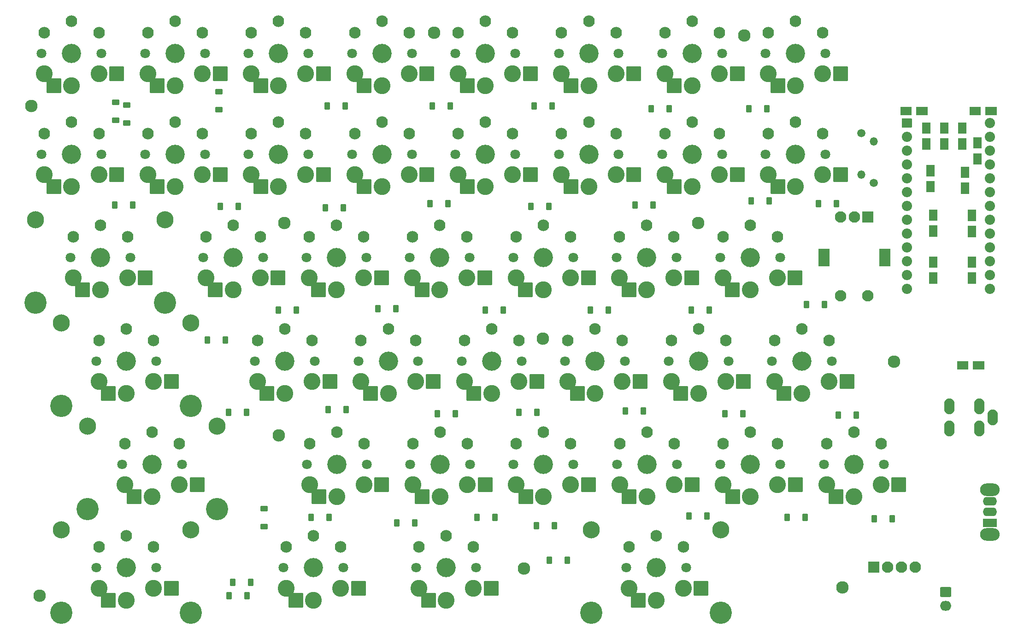
<source format=gbr>
%TF.GenerationSoftware,KiCad,Pcbnew,8.0.6*%
%TF.CreationDate,2024-11-03T15:23:54-07:00*%
%TF.ProjectId,simple_split,73696d70-6c65-45f7-9370-6c69742e6b69,v1.0.0*%
%TF.SameCoordinates,Original*%
%TF.FileFunction,Soldermask,Top*%
%TF.FilePolarity,Negative*%
%FSLAX46Y46*%
G04 Gerber Fmt 4.6, Leading zero omitted, Abs format (unit mm)*
G04 Created by KiCad (PCBNEW 8.0.6) date 2024-11-03 15:23:54*
%MOMM*%
%LPD*%
G01*
G04 APERTURE LIST*
G04 Aperture macros list*
%AMRoundRect*
0 Rectangle with rounded corners*
0 $1 Rounding radius*
0 $2 $3 $4 $5 $6 $7 $8 $9 X,Y pos of 4 corners*
0 Add a 4 corners polygon primitive as box body*
4,1,4,$2,$3,$4,$5,$6,$7,$8,$9,$2,$3,0*
0 Add four circle primitives for the rounded corners*
1,1,$1+$1,$2,$3*
1,1,$1+$1,$4,$5*
1,1,$1+$1,$6,$7*
1,1,$1+$1,$8,$9*
0 Add four rect primitives between the rounded corners*
20,1,$1+$1,$2,$3,$4,$5,0*
20,1,$1+$1,$4,$5,$6,$7,0*
20,1,$1+$1,$6,$7,$8,$9,0*
20,1,$1+$1,$8,$9,$2,$3,0*%
%AMFreePoly0*
4,1,16,0.535355,0.785355,0.541603,0.777735,1.041603,0.027735,1.049029,-0.009806,1.041603,-0.027735,0.541603,-0.777735,0.509806,-0.799029,0.500000,-0.800000,-0.500000,-0.800000,-0.535355,-0.785355,-0.550000,-0.750000,-0.550000,0.750000,-0.535355,0.785355,-0.500000,0.800000,0.500000,0.800000,0.535355,0.785355,0.535355,0.785355,$1*%
G04 Aperture macros list end*
%ADD10C,2.300000*%
%ADD11C,2.132000*%
%ADD12C,3.100000*%
%ADD13RoundRect,0.050000X1.300000X1.300000X-1.300000X1.300000X-1.300000X-1.300000X1.300000X-1.300000X0*%
%ADD14C,3.529000*%
%ADD15C,1.801800*%
%ADD16C,0.900000*%
%ADD17RoundRect,0.050000X0.450000X0.600000X-0.450000X0.600000X-0.450000X-0.600000X0.450000X-0.600000X0*%
%ADD18RoundRect,0.050000X0.600000X-0.450000X0.600000X0.450000X-0.600000X0.450000X-0.600000X-0.450000X0*%
%ADD19C,1.500000*%
%ADD20O,1.500000X1.500000*%
%ADD21RoundRect,0.050000X-0.450000X-0.600000X0.450000X-0.600000X0.450000X0.600000X-0.450000X0.600000X0*%
%ADD22RoundRect,0.264706X-0.785294X0.635294X-0.785294X-0.635294X0.785294X-0.635294X0.785294X0.635294X0*%
%ADD23O,2.100000X1.800000*%
%ADD24RoundRect,0.050000X-1.000000X-1.000000X1.000000X-1.000000X1.000000X1.000000X-1.000000X1.000000X0*%
%ADD25C,2.100000*%
%ADD26C,3.148000*%
%ADD27C,4.087800*%
%ADD28R,1.500000X1.500000*%
%ADD29FreePoly0,270.000000*%
%ADD30FreePoly0,90.000000*%
%ADD31FreePoly0,0.000000*%
%ADD32FreePoly0,180.000000*%
%ADD33RoundRect,0.050000X-0.600000X0.450000X-0.600000X-0.450000X0.600000X-0.450000X0.600000X0.450000X0*%
%ADD34RoundRect,0.050000X-0.889000X-0.762000X0.889000X-0.762000X0.889000X0.762000X-0.889000X0.762000X0*%
%ADD35C,1.878000*%
%ADD36O,3.600000X2.300000*%
%ADD37RoundRect,0.050000X1.250000X-0.750000X1.250000X0.750000X-1.250000X0.750000X-1.250000X-0.750000X0*%
%ADD38O,2.600000X1.600000*%
%ADD39O,1.900000X2.900000*%
%ADD40RoundRect,0.050000X-1.000000X1.000000X-1.000000X-1.000000X1.000000X-1.000000X1.000000X1.000000X0*%
%ADD41RoundRect,0.050000X-1.000000X1.600000X-1.000000X-1.600000X1.000000X-1.600000X1.000000X1.600000X0*%
G04 APERTURE END LIST*
D10*
%TO.C,M11*%
X186500000Y-87000000D03*
%TD*%
%TO.C,M10*%
X243500000Y-87500000D03*
%TD*%
D11*
%TO.C,F6*%
X238907500Y-87000000D03*
D12*
X228907500Y-94550000D03*
D13*
X242182500Y-94550000D03*
D12*
X233907500Y-96750000D03*
D11*
X233907500Y-84900000D03*
X228907500Y-87000000D03*
D14*
X233907500Y-90800000D03*
D12*
X238907500Y-94550000D03*
D13*
X230632500Y-96750000D03*
D15*
X228407500Y-90800000D03*
X239407500Y-90800000D03*
%TD*%
D11*
%TO.C,F5*%
X219907500Y-87000000D03*
D12*
X209907500Y-94550000D03*
D13*
X223182500Y-94550000D03*
D12*
X214907500Y-96750000D03*
D11*
X214907500Y-84900000D03*
X209907500Y-87000000D03*
D14*
X214907500Y-90800000D03*
D12*
X219907500Y-94550000D03*
D13*
X211632500Y-96750000D03*
D15*
X209407500Y-90800000D03*
X220407500Y-90800000D03*
%TD*%
D11*
%TO.C,F4*%
X200907500Y-87000000D03*
D12*
X190907500Y-94550000D03*
D13*
X204182500Y-94550000D03*
D12*
X195907500Y-96750000D03*
D11*
X195907500Y-84900000D03*
X190907500Y-87000000D03*
D14*
X195907500Y-90800000D03*
D12*
X200907500Y-94550000D03*
D13*
X192632500Y-96750000D03*
D15*
X190407500Y-90800000D03*
X201407500Y-90800000D03*
%TD*%
D11*
%TO.C,F3*%
X181907500Y-87000000D03*
D12*
X171907500Y-94550000D03*
D13*
X185182500Y-94550000D03*
D12*
X176907500Y-96750000D03*
D11*
X176907500Y-84900000D03*
X171907500Y-87000000D03*
D14*
X176907500Y-90800000D03*
D12*
X181907500Y-94550000D03*
D13*
X173632500Y-96750000D03*
D15*
X171407500Y-90800000D03*
X182407500Y-90800000D03*
%TD*%
D11*
%TO.C,F2*%
X162907500Y-87000000D03*
D12*
X152907500Y-94550000D03*
D13*
X166182500Y-94550000D03*
D12*
X157907500Y-96750000D03*
D11*
X157907500Y-84900000D03*
X152907500Y-87000000D03*
D14*
X157907500Y-90800000D03*
D12*
X162907500Y-94550000D03*
D13*
X154632500Y-96750000D03*
D15*
X152407500Y-90800000D03*
X163407500Y-90800000D03*
%TD*%
D11*
%TO.C,F1*%
X143907500Y-87000000D03*
D12*
X133907500Y-94550000D03*
D13*
X147182500Y-94550000D03*
D12*
X138907500Y-96750000D03*
D11*
X138907500Y-84900000D03*
X133907500Y-87000000D03*
D14*
X138907500Y-90800000D03*
D12*
X143907500Y-94550000D03*
D13*
X135632500Y-96750000D03*
D15*
X133407500Y-90800000D03*
X144407500Y-90800000D03*
%TD*%
D11*
%TO.C,Extra_Function_Key1*%
X257907500Y-87000000D03*
D12*
X247907500Y-94550000D03*
D13*
X261182500Y-94550000D03*
D12*
X252907500Y-96750000D03*
D11*
X252907500Y-84900000D03*
X247907500Y-87000000D03*
D14*
X252907500Y-90800000D03*
D12*
X257907500Y-94550000D03*
D13*
X249632500Y-96750000D03*
D15*
X247407500Y-90800000D03*
X258407500Y-90800000D03*
%TD*%
D16*
%TO.C,D41*%
X247650000Y-101000000D03*
D17*
X247650000Y-101000000D03*
D16*
X244350000Y-101000000D03*
D17*
X244350000Y-101000000D03*
%TD*%
D16*
%TO.C,D40*%
X229650000Y-101000000D03*
D17*
X229650000Y-101000000D03*
D16*
X226350000Y-101000000D03*
D17*
X226350000Y-101000000D03*
%TD*%
D16*
%TO.C,D39*%
X208150000Y-100500000D03*
D17*
X208150000Y-100500000D03*
D16*
X204850000Y-100500000D03*
D17*
X204850000Y-100500000D03*
%TD*%
D16*
%TO.C,D38*%
X189500000Y-100500000D03*
D17*
X189500000Y-100500000D03*
D16*
X186200000Y-100500000D03*
D17*
X186200000Y-100500000D03*
%TD*%
D16*
%TO.C,D37*%
X170150000Y-100500000D03*
D17*
X170150000Y-100500000D03*
D16*
X166850000Y-100500000D03*
D17*
X166850000Y-100500000D03*
%TD*%
D16*
%TO.C,D36*%
X147000000Y-101150000D03*
D18*
X147000000Y-101150000D03*
D16*
X147000000Y-97850000D03*
D18*
X147000000Y-97850000D03*
%TD*%
D16*
%TO.C,D34*%
X130000000Y-103650000D03*
D18*
X130000000Y-103650000D03*
D16*
X130000000Y-100350000D03*
D18*
X130000000Y-100350000D03*
%TD*%
D11*
%TO.C,S33*%
X247907500Y-105552000D03*
X257907500Y-105552000D03*
D13*
X261182500Y-113102000D03*
X249632500Y-115302000D03*
D11*
X252907500Y-103452000D03*
D15*
X247407500Y-109352000D03*
D12*
X247907500Y-113102000D03*
D14*
X252907500Y-109352000D03*
D12*
X252907500Y-115302000D03*
X257907500Y-113102000D03*
D15*
X258407500Y-109352000D03*
%TD*%
D19*
%TO.C,R3*%
X267260000Y-114644000D03*
D20*
X267260000Y-107024000D03*
%TD*%
D16*
%TO.C,D26*%
X236652000Y-175858000D03*
D17*
X236652000Y-175858000D03*
D16*
X233352000Y-175858000D03*
D17*
X233352000Y-175858000D03*
%TD*%
D16*
%TO.C,D24*%
X194364000Y-176112000D03*
D21*
X194364000Y-176112000D03*
D16*
X197664000Y-176112000D03*
D21*
X197664000Y-176112000D03*
%TD*%
D15*
%TO.C,S31*%
X194225500Y-185352000D03*
D12*
X193725500Y-189102000D03*
X188725500Y-191302000D03*
D14*
X188725500Y-185352000D03*
D12*
X183725500Y-189102000D03*
D15*
X183225500Y-185352000D03*
D11*
X188725500Y-179452000D03*
D13*
X185450500Y-191302000D03*
X197000500Y-189102000D03*
D11*
X193725500Y-181552000D03*
X183725500Y-181552000D03*
%TD*%
D15*
%TO.C,S8*%
X130670000Y-128352000D03*
D12*
X130170000Y-132102000D03*
X125170000Y-134302000D03*
D14*
X125170000Y-128352000D03*
D12*
X120170000Y-132102000D03*
D15*
X119670000Y-128352000D03*
D11*
X125170000Y-122452000D03*
D13*
X121895000Y-134302000D03*
X133445000Y-132102000D03*
D11*
X130170000Y-124552000D03*
X120170000Y-124552000D03*
%TD*%
D16*
%TO.C,D6*%
X226746000Y-118708000D03*
D17*
X226746000Y-118708000D03*
D16*
X223446000Y-118708000D03*
D17*
X223446000Y-118708000D03*
%TD*%
D16*
%TO.C,D33*%
X260400000Y-118454000D03*
D17*
X260400000Y-118454000D03*
D16*
X257100000Y-118454000D03*
D17*
X257100000Y-118454000D03*
%TD*%
D16*
%TO.C,D9*%
X161214000Y-138012000D03*
D17*
X161214000Y-138012000D03*
D16*
X157914000Y-138012000D03*
D17*
X157914000Y-138012000D03*
%TD*%
D10*
%TO.C,M1*%
X112500000Y-100500000D03*
%TD*%
D16*
%TO.C,D16*%
X170358000Y-156300000D03*
D17*
X170358000Y-156300000D03*
D16*
X167058000Y-156300000D03*
D17*
X167058000Y-156300000D03*
%TD*%
D16*
%TO.C,D10*%
X179502000Y-137758000D03*
D17*
X179502000Y-137758000D03*
D16*
X176202000Y-137758000D03*
D17*
X176202000Y-137758000D03*
%TD*%
D15*
%TO.C,S20*%
X240579000Y-147352000D03*
D12*
X240079000Y-151102000D03*
X235079000Y-153302000D03*
D14*
X235079000Y-147352000D03*
D12*
X230079000Y-151102000D03*
D15*
X229579000Y-147352000D03*
D11*
X235079000Y-141452000D03*
D13*
X231804000Y-153302000D03*
X243354000Y-151102000D03*
D11*
X240079000Y-143552000D03*
X230079000Y-143552000D03*
%TD*%
D15*
%TO.C,S11*%
X193054000Y-128352000D03*
D12*
X192554000Y-132102000D03*
X187554000Y-134302000D03*
D14*
X187554000Y-128352000D03*
D12*
X182554000Y-132102000D03*
D15*
X182054000Y-128352000D03*
D11*
X187554000Y-122452000D03*
D13*
X184279000Y-134302000D03*
X195829000Y-132102000D03*
D11*
X192554000Y-124552000D03*
X182554000Y-124552000D03*
%TD*%
D22*
%TO.C,J2*%
X280475500Y-189848000D03*
D23*
X280475500Y-192348000D03*
%TD*%
D10*
%TO.C,M9*%
X261500000Y-189000000D03*
%TD*%
D16*
%TO.C,D23*%
X167184000Y-176112000D03*
D17*
X167184000Y-176112000D03*
D16*
X163884000Y-176112000D03*
D17*
X163884000Y-176112000D03*
%TD*%
D16*
%TO.C,D7*%
X248082000Y-117946000D03*
D17*
X248082000Y-117946000D03*
D16*
X244782000Y-117946000D03*
D17*
X244782000Y-117946000D03*
%TD*%
D15*
%TO.C,S6*%
X220407500Y-109352000D03*
D12*
X219907500Y-113102000D03*
X214907500Y-115302000D03*
D14*
X214907500Y-109352000D03*
D12*
X209907500Y-113102000D03*
D15*
X209407500Y-109352000D03*
D11*
X214907500Y-103452000D03*
D13*
X211632500Y-115302000D03*
X223182500Y-113102000D03*
D11*
X219907500Y-105552000D03*
X209907500Y-105552000D03*
%TD*%
D24*
%TO.C,U2*%
X267260000Y-185256000D03*
D25*
X269800000Y-185256000D03*
X272340000Y-185256000D03*
X274880000Y-185256000D03*
%TD*%
D26*
%TO.C,DRA2*%
X113270000Y-121367000D03*
D27*
X113270000Y-136607000D03*
D26*
X137070000Y-121367000D03*
D27*
X137070000Y-136607000D03*
%TD*%
D10*
%TO.C,M7*%
X235000000Y-122000000D03*
%TD*%
%TO.C,M5*%
X203000000Y-185500000D03*
%TD*%
D28*
%TO.C,VCC1*%
X284024000Y-112936000D03*
X284024000Y-115336000D03*
D29*
X284024000Y-112136000D03*
D30*
X284024000Y-116136000D03*
%TD*%
D15*
%TO.C,S35*%
X125407500Y-90800000D03*
D12*
X124907500Y-94550000D03*
X119907500Y-96750000D03*
D14*
X119907500Y-90800000D03*
D12*
X114907500Y-94550000D03*
D15*
X114407500Y-90800000D03*
D11*
X119907500Y-84900000D03*
D13*
X116632500Y-96750000D03*
X128182500Y-94550000D03*
D11*
X124907500Y-87000000D03*
X114907500Y-87000000D03*
%TD*%
D15*
%TO.C,S4*%
X182407500Y-109352000D03*
D12*
X181907500Y-113102000D03*
X176907500Y-115302000D03*
D14*
X176907500Y-109352000D03*
D12*
X171907500Y-113102000D03*
D15*
X171407500Y-109352000D03*
D11*
X176907500Y-103452000D03*
D13*
X173632500Y-115302000D03*
X185182500Y-113102000D03*
D11*
X181907500Y-105552000D03*
X171907500Y-105552000D03*
%TD*%
D15*
%TO.C,S3*%
X163407500Y-109352000D03*
D12*
X162907500Y-113102000D03*
X157907500Y-115302000D03*
D14*
X157907500Y-109352000D03*
D12*
X152907500Y-113102000D03*
D15*
X152407500Y-109352000D03*
D11*
X157907500Y-103452000D03*
D13*
X154632500Y-115302000D03*
X166182500Y-113102000D03*
D11*
X162907500Y-105552000D03*
X152907500Y-105552000D03*
%TD*%
D16*
%TO.C,D15*%
X152000000Y-156808000D03*
D17*
X152000000Y-156808000D03*
D16*
X148700000Y-156808000D03*
D17*
X148700000Y-156808000D03*
%TD*%
D28*
%TO.C,GND1*%
X277674000Y-115050000D03*
X277674000Y-112650000D03*
D30*
X277674000Y-115850000D03*
D29*
X277674000Y-111850000D03*
%TD*%
D28*
%TO.C,GND2*%
X273458000Y-101436000D03*
X275858000Y-101436000D03*
D31*
X272658000Y-101436000D03*
D32*
X276658000Y-101436000D03*
%TD*%
D28*
%TO.C,RXI1*%
X286310000Y-109932000D03*
X286310000Y-107532000D03*
D30*
X286310000Y-110732000D03*
D29*
X286310000Y-106732000D03*
%TD*%
D15*
%TO.C,S5*%
X201407500Y-109352000D03*
D12*
X200907500Y-113102000D03*
X195907500Y-115302000D03*
D14*
X195907500Y-109352000D03*
D12*
X190907500Y-113102000D03*
D15*
X190407500Y-109352000D03*
D11*
X195907500Y-103452000D03*
D13*
X192632500Y-115302000D03*
X204182500Y-113102000D03*
D11*
X200907500Y-105552000D03*
X190907500Y-105552000D03*
%TD*%
D16*
%TO.C,D4*%
X189026000Y-118454000D03*
D17*
X189026000Y-118454000D03*
D16*
X185726000Y-118454000D03*
D17*
X185726000Y-118454000D03*
%TD*%
D16*
%TO.C,D5*%
X207568000Y-118962000D03*
D17*
X207568000Y-118962000D03*
D16*
X204268000Y-118962000D03*
D17*
X204268000Y-118962000D03*
%TD*%
D15*
%TO.C,S25*%
X212104000Y-166352000D03*
D12*
X211604000Y-170102000D03*
X206604000Y-172302000D03*
D14*
X206604000Y-166352000D03*
D12*
X201604000Y-170102000D03*
D15*
X201104000Y-166352000D03*
D11*
X206604000Y-160452000D03*
D13*
X203329000Y-172302000D03*
X214879000Y-170102000D03*
D11*
X211604000Y-162552000D03*
X201604000Y-162552000D03*
%TD*%
D26*
%TO.C,DRA4*%
X118032500Y-178367000D03*
D27*
X118032500Y-193607000D03*
D26*
X141832500Y-178367000D03*
D27*
X141832500Y-193607000D03*
%TD*%
D28*
%TO.C,SCL1*%
X278182000Y-131846000D03*
X278182000Y-129446000D03*
D30*
X278182000Y-132646000D03*
D29*
X278182000Y-128646000D03*
%TD*%
D15*
%TO.C,S7*%
X239407500Y-109352000D03*
D12*
X238907500Y-113102000D03*
X233907500Y-115302000D03*
D14*
X233907500Y-109352000D03*
D12*
X228907500Y-113102000D03*
D15*
X228407500Y-109352000D03*
D11*
X233907500Y-103452000D03*
D13*
X230632500Y-115302000D03*
X242182500Y-113102000D03*
D11*
X238907500Y-105552000D03*
X228907500Y-105552000D03*
%TD*%
D15*
%TO.C,S1*%
X125407500Y-109352000D03*
D12*
X124907500Y-113102000D03*
X119907500Y-115302000D03*
D14*
X119907500Y-109352000D03*
D12*
X114907500Y-113102000D03*
D15*
X114407500Y-109352000D03*
D11*
X119907500Y-103452000D03*
D13*
X116632500Y-115302000D03*
X128182500Y-113102000D03*
D11*
X124907500Y-105552000D03*
X114907500Y-105552000D03*
%TD*%
D28*
%TO.C,Bat+1*%
X286158000Y-101436000D03*
X288558000Y-101436000D03*
D31*
X285358000Y-101436000D03*
D32*
X289358000Y-101436000D03*
%TD*%
D16*
%TO.C,D30*%
X155246000Y-174462000D03*
D33*
X155246000Y-174462000D03*
D16*
X155246000Y-177762000D03*
D33*
X155246000Y-177762000D03*
%TD*%
D16*
%TO.C,D28*%
X267388000Y-176366000D03*
D21*
X267388000Y-176366000D03*
D16*
X270688000Y-176366000D03*
D21*
X270688000Y-176366000D03*
%TD*%
D15*
%TO.C,S12*%
X212054000Y-128352000D03*
D12*
X211554000Y-132102000D03*
X206554000Y-134302000D03*
D14*
X206554000Y-128352000D03*
D12*
X201554000Y-132102000D03*
D15*
X201054000Y-128352000D03*
D11*
X206554000Y-122452000D03*
D13*
X203279000Y-134302000D03*
X214829000Y-132102000D03*
D11*
X211554000Y-124552000D03*
X201554000Y-124552000D03*
%TD*%
D15*
%TO.C,S24*%
X193104000Y-166352000D03*
D12*
X192604000Y-170102000D03*
X187604000Y-172302000D03*
D14*
X187604000Y-166352000D03*
D12*
X182604000Y-170102000D03*
D15*
X182104000Y-166352000D03*
D11*
X187604000Y-160452000D03*
D13*
X184329000Y-172302000D03*
X195879000Y-170102000D03*
D11*
X192604000Y-162552000D03*
X182604000Y-162552000D03*
%TD*%
D16*
%TO.C,D12*%
X218490000Y-138012000D03*
D17*
X218490000Y-138012000D03*
D16*
X215190000Y-138012000D03*
D17*
X215190000Y-138012000D03*
%TD*%
D26*
%TO.C,DRA5*%
X215375500Y-178367000D03*
D27*
X215375500Y-193607000D03*
D26*
X239175500Y-178367000D03*
D27*
X239175500Y-193607000D03*
%TD*%
D34*
%TO.C,U1*%
X273356000Y-103595000D03*
D35*
X273356000Y-106135000D03*
X273356000Y-108675000D03*
X273356000Y-111215000D03*
X273356000Y-113755000D03*
X273356000Y-116295000D03*
X273356000Y-118835000D03*
X273356000Y-121375000D03*
X273356000Y-123915000D03*
X273356000Y-126455000D03*
X273356000Y-128995000D03*
X273356000Y-131535000D03*
X273356000Y-134075000D03*
X288596000Y-134075000D03*
X288596000Y-131535000D03*
X288596000Y-128995000D03*
X288596000Y-126455000D03*
X288596000Y-123915000D03*
X288596000Y-121375000D03*
X288596000Y-118835000D03*
X288596000Y-116295000D03*
X288596000Y-113755000D03*
X288596000Y-111215000D03*
X288596000Y-108675000D03*
X288596000Y-106135000D03*
X288596000Y-103595000D03*
%TD*%
D26*
%TO.C,DRA3*%
X122795000Y-159367000D03*
D27*
X122795000Y-174607000D03*
D26*
X146595000Y-159367000D03*
D27*
X146595000Y-174607000D03*
%TD*%
D16*
%TO.C,D17*%
X190424000Y-157062000D03*
D17*
X190424000Y-157062000D03*
D16*
X187124000Y-157062000D03*
D17*
X187124000Y-157062000D03*
%TD*%
D10*
%TO.C,M2*%
X114000000Y-190500000D03*
%TD*%
D26*
%TO.C,DRA1*%
X118032500Y-140367000D03*
D27*
X118032500Y-155607000D03*
D26*
X141832500Y-140367000D03*
D27*
X141832500Y-155607000D03*
%TD*%
D28*
%TO.C,P3*%
X285294000Y-129446000D03*
X285294000Y-131846000D03*
D29*
X285294000Y-128646000D03*
D30*
X285294000Y-132646000D03*
%TD*%
D16*
%TO.C,D14*%
X258242000Y-136996000D03*
D17*
X258242000Y-136996000D03*
D16*
X254942000Y-136996000D03*
D17*
X254942000Y-136996000D03*
%TD*%
D10*
%TO.C,M6*%
X206502000Y-143256000D03*
%TD*%
D16*
%TO.C,D20*%
X239956000Y-157062000D03*
D21*
X239956000Y-157062000D03*
D16*
X243256000Y-157062000D03*
D21*
X243256000Y-157062000D03*
%TD*%
D16*
%TO.C,D25*%
X208586000Y-177636000D03*
D17*
X208586000Y-177636000D03*
D16*
X205286000Y-177636000D03*
D17*
X205286000Y-177636000D03*
%TD*%
D16*
%TO.C,D22*%
X152800000Y-188000000D03*
D17*
X152800000Y-188000000D03*
D16*
X149500000Y-188000000D03*
D17*
X149500000Y-188000000D03*
%TD*%
D15*
%TO.C,S2*%
X144407500Y-109352000D03*
D12*
X143907500Y-113102000D03*
X138907500Y-115302000D03*
D14*
X138907500Y-109352000D03*
D12*
X133907500Y-113102000D03*
D15*
X133407500Y-109352000D03*
D11*
X138907500Y-103452000D03*
D13*
X135632500Y-115302000D03*
X147182500Y-113102000D03*
D11*
X143907500Y-105552000D03*
X133907500Y-105552000D03*
%TD*%
D16*
%TO.C,D3*%
X169850000Y-119216000D03*
D17*
X169850000Y-119216000D03*
D16*
X166550000Y-119216000D03*
D17*
X166550000Y-119216000D03*
%TD*%
D15*
%TO.C,S16*%
X164579000Y-147352000D03*
D12*
X164079000Y-151102000D03*
X159079000Y-153302000D03*
D14*
X159079000Y-147352000D03*
D12*
X154079000Y-151102000D03*
D15*
X153579000Y-147352000D03*
D11*
X159079000Y-141452000D03*
D13*
X155804000Y-153302000D03*
X167354000Y-151102000D03*
D11*
X164079000Y-143552000D03*
X154079000Y-143552000D03*
%TD*%
D15*
%TO.C,S21*%
X259579000Y-147352000D03*
D12*
X259079000Y-151102000D03*
X254079000Y-153302000D03*
D14*
X254079000Y-147352000D03*
D12*
X249079000Y-151102000D03*
D15*
X248579000Y-147352000D03*
D11*
X254079000Y-141452000D03*
D13*
X250804000Y-153302000D03*
X262354000Y-151102000D03*
D11*
X259079000Y-143552000D03*
X249079000Y-143552000D03*
%TD*%
D15*
%TO.C,S26*%
X231104000Y-166352000D03*
D12*
X230604000Y-170102000D03*
X225604000Y-172302000D03*
D14*
X225604000Y-166352000D03*
D12*
X220604000Y-170102000D03*
D15*
X220104000Y-166352000D03*
D11*
X225604000Y-160452000D03*
D13*
X222329000Y-172302000D03*
X233879000Y-170102000D03*
D11*
X230604000Y-162552000D03*
X220604000Y-162552000D03*
%TD*%
D16*
%TO.C,D21*%
X260784000Y-157316000D03*
D21*
X260784000Y-157316000D03*
D16*
X264084000Y-157316000D03*
D21*
X264084000Y-157316000D03*
%TD*%
D15*
%TO.C,S17*%
X183579000Y-147352000D03*
D12*
X183079000Y-151102000D03*
X178079000Y-153302000D03*
D14*
X178079000Y-147352000D03*
D12*
X173079000Y-151102000D03*
D15*
X172579000Y-147352000D03*
D11*
X178079000Y-141452000D03*
D13*
X174804000Y-153302000D03*
X186354000Y-151102000D03*
D11*
X183079000Y-143552000D03*
X173079000Y-143552000D03*
%TD*%
D28*
%TO.C,P2*%
X285294000Y-120880000D03*
X285294000Y-123280000D03*
D29*
X285294000Y-120080000D03*
D30*
X285294000Y-124080000D03*
%TD*%
D15*
%TO.C,S18*%
X202579000Y-147352000D03*
D12*
X202079000Y-151102000D03*
X197079000Y-153302000D03*
D14*
X197079000Y-147352000D03*
D12*
X192079000Y-151102000D03*
D15*
X191579000Y-147352000D03*
D11*
X197079000Y-141452000D03*
D13*
X193804000Y-153302000D03*
X205354000Y-151102000D03*
D11*
X202079000Y-143552000D03*
X192079000Y-143552000D03*
%TD*%
D28*
%TO.C,SDA1*%
X278182000Y-123210000D03*
X278182000Y-120810000D03*
D30*
X278182000Y-124010000D03*
D29*
X278182000Y-120010000D03*
%TD*%
D16*
%TO.C,D35*%
X128000000Y-103150000D03*
D18*
X128000000Y-103150000D03*
D16*
X128000000Y-99850000D03*
D18*
X128000000Y-99850000D03*
%TD*%
D10*
%TO.C,M8*%
X271000000Y-147500000D03*
%TD*%
D15*
%TO.C,S32*%
X232775500Y-185352000D03*
D12*
X232275500Y-189102000D03*
X227275500Y-191302000D03*
D14*
X227275500Y-185352000D03*
D12*
X222275500Y-189102000D03*
D15*
X221775500Y-185352000D03*
D11*
X227275500Y-179452000D03*
D13*
X224000500Y-191302000D03*
X235550500Y-189102000D03*
D11*
X232275500Y-181552000D03*
X222275500Y-181552000D03*
%TD*%
D15*
%TO.C,S29*%
X135432500Y-185352000D03*
D12*
X134932500Y-189102000D03*
X129932500Y-191302000D03*
D14*
X129932500Y-185352000D03*
D12*
X124932500Y-189102000D03*
D15*
X124432500Y-185352000D03*
D11*
X129932500Y-179452000D03*
D13*
X126657500Y-191302000D03*
X138207500Y-189102000D03*
D11*
X134932500Y-181552000D03*
X124932500Y-181552000D03*
%TD*%
D16*
%TO.C,D31*%
X179630000Y-177128000D03*
D21*
X179630000Y-177128000D03*
D16*
X182930000Y-177128000D03*
D21*
X182930000Y-177128000D03*
%TD*%
D15*
%TO.C,S23*%
X174104000Y-166352000D03*
D12*
X173604000Y-170102000D03*
X168604000Y-172302000D03*
D14*
X168604000Y-166352000D03*
D12*
X163604000Y-170102000D03*
D15*
X163104000Y-166352000D03*
D11*
X168604000Y-160452000D03*
D13*
X165329000Y-172302000D03*
X176879000Y-170102000D03*
D11*
X173604000Y-162552000D03*
X163604000Y-162552000D03*
%TD*%
D16*
%TO.C,D11*%
X199186000Y-138012000D03*
D17*
X199186000Y-138012000D03*
D16*
X195886000Y-138012000D03*
D17*
X195886000Y-138012000D03*
%TD*%
D15*
%TO.C,S14*%
X250054000Y-128352000D03*
D12*
X249554000Y-132102000D03*
X244554000Y-134302000D03*
D14*
X244554000Y-128352000D03*
D12*
X239554000Y-132102000D03*
D15*
X239054000Y-128352000D03*
D11*
X244554000Y-122452000D03*
D13*
X241279000Y-134302000D03*
X252829000Y-132102000D03*
D11*
X249554000Y-124552000D03*
X239554000Y-124552000D03*
%TD*%
D10*
%TO.C,M3*%
X158000000Y-161000000D03*
%TD*%
D16*
%TO.C,D32*%
X207700000Y-184000000D03*
D21*
X207700000Y-184000000D03*
D16*
X211000000Y-184000000D03*
D21*
X211000000Y-184000000D03*
%TD*%
D36*
%TO.C,SW1*%
X288628000Y-179196000D03*
X288628000Y-170996000D03*
D37*
X288628000Y-177096000D03*
D38*
X288628000Y-175096000D03*
X288628000Y-173096000D03*
%TD*%
D16*
%TO.C,D2*%
X150546000Y-118962000D03*
D17*
X150546000Y-118962000D03*
D16*
X147246000Y-118962000D03*
D17*
X147246000Y-118962000D03*
%TD*%
D39*
%TO.C,J1*%
X281194000Y-155724000D03*
X281194000Y-159724000D03*
X289094000Y-157724000D03*
X286694000Y-155724000D03*
X286694000Y-159724000D03*
%TD*%
D16*
%TO.C,D27*%
X251386000Y-176112000D03*
D21*
X251386000Y-176112000D03*
D16*
X254686000Y-176112000D03*
D21*
X254686000Y-176112000D03*
%TD*%
D15*
%TO.C,S27*%
X250104000Y-166352000D03*
D12*
X249604000Y-170102000D03*
X244604000Y-172302000D03*
D14*
X244604000Y-166352000D03*
D12*
X239604000Y-170102000D03*
D15*
X239104000Y-166352000D03*
D11*
X244604000Y-160452000D03*
D13*
X241329000Y-172302000D03*
X252879000Y-170102000D03*
D11*
X249604000Y-162552000D03*
X239604000Y-162552000D03*
%TD*%
D40*
%TO.C,R1*%
X266204000Y-120856000D03*
D25*
X261204000Y-120856000D03*
X263704000Y-120856000D03*
D41*
X269304000Y-128356000D03*
X258104000Y-128356000D03*
D25*
X261204000Y-135356000D03*
X266204000Y-135356000D03*
%TD*%
D10*
%TO.C,M4*%
X159000000Y-122000000D03*
%TD*%
D28*
%TO.C,COM_SELECT1*%
X283872000Y-148172000D03*
X286272000Y-148172000D03*
D31*
X283072000Y-148172000D03*
D32*
X287072000Y-148172000D03*
%TD*%
D15*
%TO.C,S28*%
X269104000Y-166352000D03*
D12*
X268604000Y-170102000D03*
X263604000Y-172302000D03*
D14*
X263604000Y-166352000D03*
D12*
X258604000Y-170102000D03*
D15*
X258104000Y-166352000D03*
D11*
X263604000Y-160452000D03*
D13*
X260329000Y-172302000D03*
X271879000Y-170102000D03*
D11*
X268604000Y-162552000D03*
X258604000Y-162552000D03*
%TD*%
D16*
%TO.C,D29*%
X152150000Y-190500000D03*
D17*
X152150000Y-190500000D03*
D16*
X148850000Y-190500000D03*
D17*
X148850000Y-190500000D03*
%TD*%
D16*
%TO.C,D13*%
X237032000Y-138012000D03*
D17*
X237032000Y-138012000D03*
D16*
X233732000Y-138012000D03*
D17*
X233732000Y-138012000D03*
%TD*%
D28*
%TO.C,RXI2*%
X276912000Y-107208000D03*
X276912000Y-104808000D03*
D30*
X276912000Y-108008000D03*
D29*
X276912000Y-104008000D03*
%TD*%
D15*
%TO.C,S15*%
X135432500Y-147352000D03*
D12*
X134932500Y-151102000D03*
X129932500Y-153302000D03*
D14*
X129932500Y-147352000D03*
D12*
X124932500Y-151102000D03*
D15*
X124432500Y-147352000D03*
D11*
X129932500Y-141452000D03*
D13*
X126657500Y-153302000D03*
X138207500Y-151102000D03*
D11*
X134932500Y-143552000D03*
X124932500Y-143552000D03*
%TD*%
D15*
%TO.C,S22*%
X140195000Y-166352000D03*
D12*
X139695000Y-170102000D03*
X134695000Y-172302000D03*
D14*
X134695000Y-166352000D03*
D12*
X129695000Y-170102000D03*
D15*
X129195000Y-166352000D03*
D11*
X134695000Y-160452000D03*
D13*
X131420000Y-172302000D03*
X142970000Y-170102000D03*
D11*
X139695000Y-162552000D03*
X129695000Y-162552000D03*
%TD*%
D16*
%TO.C,D19*%
X221668000Y-156554000D03*
D21*
X221668000Y-156554000D03*
D16*
X224968000Y-156554000D03*
D21*
X224968000Y-156554000D03*
%TD*%
D15*
%TO.C,S19*%
X221579000Y-147352000D03*
D12*
X221079000Y-151102000D03*
X216079000Y-153302000D03*
D14*
X216079000Y-147352000D03*
D12*
X211079000Y-151102000D03*
D15*
X210579000Y-147352000D03*
D11*
X216079000Y-141452000D03*
D13*
X212804000Y-153302000D03*
X224354000Y-151102000D03*
D11*
X221079000Y-143552000D03*
X211079000Y-143552000D03*
%TD*%
D15*
%TO.C,S9*%
X155054000Y-128352000D03*
D12*
X154554000Y-132102000D03*
X149554000Y-134302000D03*
D14*
X149554000Y-128352000D03*
D12*
X144554000Y-132102000D03*
D15*
X144054000Y-128352000D03*
D11*
X149554000Y-122452000D03*
D13*
X146279000Y-134302000D03*
X157829000Y-132102000D03*
D11*
X154554000Y-124552000D03*
X144554000Y-124552000D03*
%TD*%
D28*
%TO.C,TXD1*%
X283516000Y-107208000D03*
X283516000Y-104808000D03*
D30*
X283516000Y-108008000D03*
D29*
X283516000Y-104008000D03*
%TD*%
D16*
%TO.C,D18*%
X202110000Y-156808000D03*
D21*
X202110000Y-156808000D03*
D16*
X205410000Y-156808000D03*
D21*
X205410000Y-156808000D03*
%TD*%
D15*
%TO.C,S13*%
X231054000Y-128352000D03*
D12*
X230554000Y-132102000D03*
X225554000Y-134302000D03*
D14*
X225554000Y-128352000D03*
D12*
X220554000Y-132102000D03*
D15*
X220054000Y-128352000D03*
D11*
X225554000Y-122452000D03*
D13*
X222279000Y-134302000D03*
X233829000Y-132102000D03*
D11*
X230554000Y-124552000D03*
X220554000Y-124552000D03*
%TD*%
D16*
%TO.C,D1*%
X131116000Y-118708000D03*
D17*
X131116000Y-118708000D03*
D16*
X127816000Y-118708000D03*
D17*
X127816000Y-118708000D03*
%TD*%
D16*
%TO.C,D8*%
X148150000Y-143500000D03*
D17*
X148150000Y-143500000D03*
D16*
X144850000Y-143500000D03*
D17*
X144850000Y-143500000D03*
%TD*%
D28*
%TO.C,TXD2*%
X280214000Y-107208000D03*
X280214000Y-104808000D03*
D30*
X280214000Y-108008000D03*
D29*
X280214000Y-104008000D03*
%TD*%
D19*
%TO.C,R2*%
X264974000Y-105500000D03*
D20*
X264974000Y-113120000D03*
%TD*%
D15*
%TO.C,S10*%
X174054000Y-128352000D03*
D12*
X173554000Y-132102000D03*
X168554000Y-134302000D03*
D14*
X168554000Y-128352000D03*
D12*
X163554000Y-132102000D03*
D15*
X163054000Y-128352000D03*
D11*
X168554000Y-122452000D03*
D13*
X165279000Y-134302000D03*
X176829000Y-132102000D03*
D11*
X173554000Y-124552000D03*
X163554000Y-124552000D03*
%TD*%
D15*
%TO.C,S30*%
X169841500Y-185352000D03*
D12*
X169341500Y-189102000D03*
X164341500Y-191302000D03*
D14*
X164341500Y-185352000D03*
D12*
X159341500Y-189102000D03*
D15*
X158841500Y-185352000D03*
D11*
X164341500Y-179452000D03*
D13*
X161066500Y-191302000D03*
X172616500Y-189102000D03*
D11*
X169341500Y-181552000D03*
X159341500Y-181552000D03*
%TD*%
M02*

</source>
